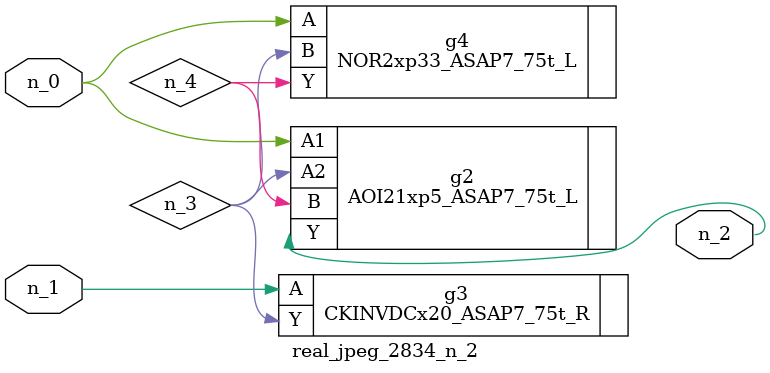
<source format=v>
module real_jpeg_2834_n_2 (n_1, n_0, n_2);

input n_1;
input n_0;

output n_2;

wire n_4;
wire n_3;

AOI21xp5_ASAP7_75t_L g2 ( 
.A1(n_0),
.A2(n_3),
.B(n_4),
.Y(n_2)
);

NOR2xp33_ASAP7_75t_L g4 ( 
.A(n_0),
.B(n_3),
.Y(n_4)
);

CKINVDCx20_ASAP7_75t_R g3 ( 
.A(n_1),
.Y(n_3)
);


endmodule
</source>
